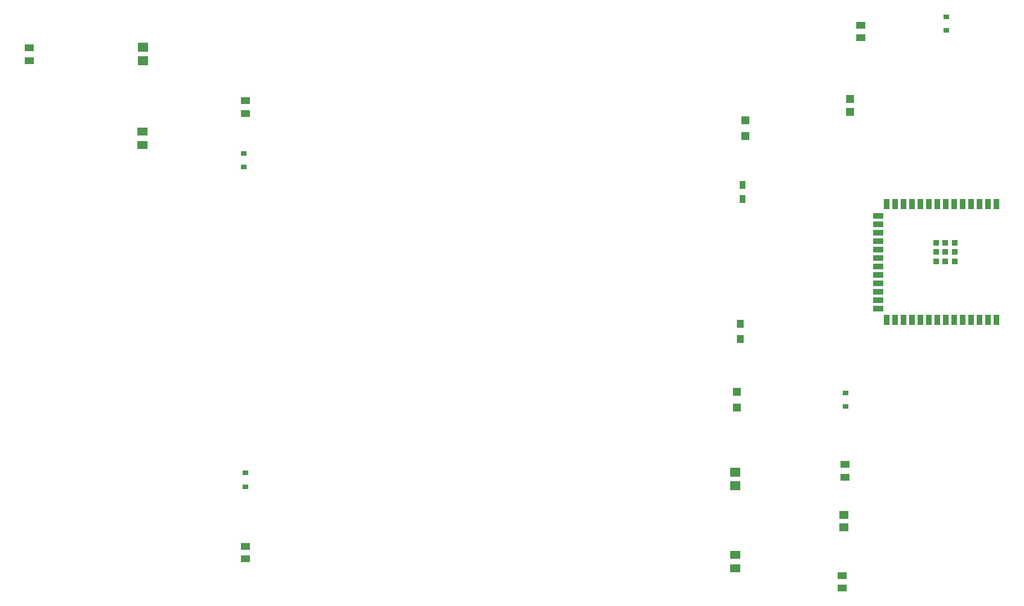
<source format=gtp>
G04*
G04 #@! TF.GenerationSoftware,Altium Limited,Altium Designer,25.4.2 (15)*
G04*
G04 Layer_Color=8421504*
%FSLAX44Y44*%
%MOMM*%
G71*
G04*
G04 #@! TF.SameCoordinates,4A3AD181-7CB4-4688-AC2E-BB694ACB6322*
G04*
G04*
G04 #@! TF.FilePolarity,Positive*
G04*
G01*
G75*
%ADD16R,1.4986X1.3208*%
%ADD17R,0.9000X1.5000*%
%ADD18R,1.5000X0.9000*%
%ADD19R,0.9000X0.9000*%
%ADD20R,0.9500X1.2000*%
%ADD21R,1.1000X1.2500*%
%ADD22R,1.4986X1.2700*%
%ADD23R,0.9398X0.7620*%
%ADD24R,1.4500X1.1500*%
%ADD25R,1.2508X1.2088*%
%ADD26R,1.4000X1.0500*%
%ADD27R,1.1500X1.1500*%
D16*
X481330Y1137666D02*
D03*
Y1117600D02*
D03*
X1371600Y497840D02*
D03*
Y477774D02*
D03*
D17*
X1765000Y901840D02*
D03*
X1752300D02*
D03*
X1739600D02*
D03*
X1726900D02*
D03*
X1714200D02*
D03*
X1701500D02*
D03*
X1688800D02*
D03*
X1676100D02*
D03*
X1663400D02*
D03*
X1650700D02*
D03*
X1638000D02*
D03*
X1625300D02*
D03*
X1612600D02*
D03*
X1599900D02*
D03*
Y726840D02*
D03*
X1612600D02*
D03*
X1625300D02*
D03*
X1638000D02*
D03*
X1650700D02*
D03*
X1663400D02*
D03*
X1676100D02*
D03*
X1688800D02*
D03*
X1701500D02*
D03*
X1714200D02*
D03*
X1726900D02*
D03*
X1739600D02*
D03*
X1752300D02*
D03*
X1765000D02*
D03*
D18*
X1587400Y884190D02*
D03*
Y871490D02*
D03*
Y858790D02*
D03*
Y846090D02*
D03*
Y833390D02*
D03*
Y820690D02*
D03*
Y807990D02*
D03*
Y795290D02*
D03*
Y782590D02*
D03*
Y769890D02*
D03*
Y757190D02*
D03*
Y744490D02*
D03*
D19*
X1687800Y829340D02*
D03*
Y815340D02*
D03*
X1701800D02*
D03*
Y829340D02*
D03*
Y843340D02*
D03*
X1687800D02*
D03*
X1673800D02*
D03*
Y829340D02*
D03*
Y815340D02*
D03*
D20*
X1383030Y929980D02*
D03*
Y908980D02*
D03*
D21*
X1379220Y698180D02*
D03*
Y721680D02*
D03*
D22*
X1371600Y352933D02*
D03*
Y373507D02*
D03*
X480060Y990473D02*
D03*
Y1011047D02*
D03*
D23*
X632460Y957326D02*
D03*
Y977900D02*
D03*
X635000Y476123D02*
D03*
Y496697D02*
D03*
X1689100Y1163320D02*
D03*
Y1183894D02*
D03*
X1537970Y596773D02*
D03*
Y617347D02*
D03*
D24*
X1535430Y433070D02*
D03*
Y415070D02*
D03*
D25*
X1544320Y1059834D02*
D03*
Y1040746D02*
D03*
D26*
X1536700Y490270D02*
D03*
Y509270D02*
D03*
X1560830Y1151940D02*
D03*
Y1170940D02*
D03*
X635000Y1038250D02*
D03*
Y1057250D02*
D03*
Y367030D02*
D03*
Y386030D02*
D03*
X1532890Y323240D02*
D03*
Y342240D02*
D03*
X309880Y1117600D02*
D03*
Y1136600D02*
D03*
D27*
X1374140Y618810D02*
D03*
Y595310D02*
D03*
X1386840Y1027430D02*
D03*
Y1003930D02*
D03*
M02*

</source>
